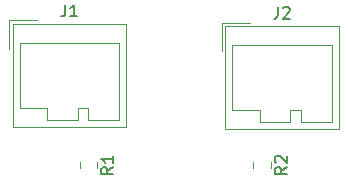
<source format=gbr>
%TF.GenerationSoftware,KiCad,Pcbnew,9.0.3*%
%TF.CreationDate,2025-08-16T18:10:03-03:00*%
%TF.ProjectId,CANBusTerminator,43414e42-7573-4546-9572-6d696e61746f,rev?*%
%TF.SameCoordinates,Original*%
%TF.FileFunction,Legend,Top*%
%TF.FilePolarity,Positive*%
%FSLAX46Y46*%
G04 Gerber Fmt 4.6, Leading zero omitted, Abs format (unit mm)*
G04 Created by KiCad (PCBNEW 9.0.3) date 2025-08-16 18:10:03*
%MOMM*%
%LPD*%
G01*
G04 APERTURE LIST*
%ADD10C,0.150000*%
%ADD11C,0.120000*%
G04 APERTURE END LIST*
D10*
X175704819Y-91566666D02*
X175228628Y-91899999D01*
X175704819Y-92138094D02*
X174704819Y-92138094D01*
X174704819Y-92138094D02*
X174704819Y-91757142D01*
X174704819Y-91757142D02*
X174752438Y-91661904D01*
X174752438Y-91661904D02*
X174800057Y-91614285D01*
X174800057Y-91614285D02*
X174895295Y-91566666D01*
X174895295Y-91566666D02*
X175038152Y-91566666D01*
X175038152Y-91566666D02*
X175133390Y-91614285D01*
X175133390Y-91614285D02*
X175181009Y-91661904D01*
X175181009Y-91661904D02*
X175228628Y-91757142D01*
X175228628Y-91757142D02*
X175228628Y-92138094D01*
X175704819Y-90614285D02*
X175704819Y-91185713D01*
X175704819Y-90899999D02*
X174704819Y-90899999D01*
X174704819Y-90899999D02*
X174847676Y-90995237D01*
X174847676Y-90995237D02*
X174942914Y-91090475D01*
X174942914Y-91090475D02*
X174990533Y-91185713D01*
X190404819Y-91566666D02*
X189928628Y-91899999D01*
X190404819Y-92138094D02*
X189404819Y-92138094D01*
X189404819Y-92138094D02*
X189404819Y-91757142D01*
X189404819Y-91757142D02*
X189452438Y-91661904D01*
X189452438Y-91661904D02*
X189500057Y-91614285D01*
X189500057Y-91614285D02*
X189595295Y-91566666D01*
X189595295Y-91566666D02*
X189738152Y-91566666D01*
X189738152Y-91566666D02*
X189833390Y-91614285D01*
X189833390Y-91614285D02*
X189881009Y-91661904D01*
X189881009Y-91661904D02*
X189928628Y-91757142D01*
X189928628Y-91757142D02*
X189928628Y-92138094D01*
X189500057Y-91185713D02*
X189452438Y-91138094D01*
X189452438Y-91138094D02*
X189404819Y-91042856D01*
X189404819Y-91042856D02*
X189404819Y-90804761D01*
X189404819Y-90804761D02*
X189452438Y-90709523D01*
X189452438Y-90709523D02*
X189500057Y-90661904D01*
X189500057Y-90661904D02*
X189595295Y-90614285D01*
X189595295Y-90614285D02*
X189690533Y-90614285D01*
X189690533Y-90614285D02*
X189833390Y-90661904D01*
X189833390Y-90661904D02*
X190404819Y-91233332D01*
X190404819Y-91233332D02*
X190404819Y-90614285D01*
X189666666Y-78004819D02*
X189666666Y-78719104D01*
X189666666Y-78719104D02*
X189619047Y-78861961D01*
X189619047Y-78861961D02*
X189523809Y-78957200D01*
X189523809Y-78957200D02*
X189380952Y-79004819D01*
X189380952Y-79004819D02*
X189285714Y-79004819D01*
X190095238Y-78100057D02*
X190142857Y-78052438D01*
X190142857Y-78052438D02*
X190238095Y-78004819D01*
X190238095Y-78004819D02*
X190476190Y-78004819D01*
X190476190Y-78004819D02*
X190571428Y-78052438D01*
X190571428Y-78052438D02*
X190619047Y-78100057D01*
X190619047Y-78100057D02*
X190666666Y-78195295D01*
X190666666Y-78195295D02*
X190666666Y-78290533D01*
X190666666Y-78290533D02*
X190619047Y-78433390D01*
X190619047Y-78433390D02*
X190047619Y-79004819D01*
X190047619Y-79004819D02*
X190666666Y-79004819D01*
X171666666Y-77804819D02*
X171666666Y-78519104D01*
X171666666Y-78519104D02*
X171619047Y-78661961D01*
X171619047Y-78661961D02*
X171523809Y-78757200D01*
X171523809Y-78757200D02*
X171380952Y-78804819D01*
X171380952Y-78804819D02*
X171285714Y-78804819D01*
X172666666Y-78804819D02*
X172095238Y-78804819D01*
X172380952Y-78804819D02*
X172380952Y-77804819D01*
X172380952Y-77804819D02*
X172285714Y-77947676D01*
X172285714Y-77947676D02*
X172190476Y-78042914D01*
X172190476Y-78042914D02*
X172095238Y-78090533D01*
D11*
%TO.C,R1*%
X172865000Y-91172936D02*
X172865000Y-91627064D01*
X174335000Y-91172936D02*
X174335000Y-91627064D01*
%TO.C,R2*%
X187565000Y-91172936D02*
X187565000Y-91627064D01*
X189035000Y-91172936D02*
X189035000Y-91627064D01*
%TO.C,J2*%
X184890000Y-79340000D02*
X187300000Y-79340000D01*
X184890000Y-81750000D02*
X184890000Y-79340000D01*
X185190000Y-79640000D02*
X185190000Y-88360000D01*
X185190000Y-88360000D02*
X194810000Y-88360000D01*
X185800000Y-81250000D02*
X185800000Y-86750000D01*
X185800000Y-86750000D02*
X188100000Y-86750000D01*
X188100000Y-86750000D02*
X188100000Y-87750000D01*
X188100000Y-87750000D02*
X190700000Y-87750000D01*
X190700000Y-86750000D02*
X191600000Y-86750000D01*
X190700000Y-87750000D02*
X190700000Y-86750000D01*
X191600000Y-86750000D02*
X191600000Y-87750000D01*
X191600000Y-87750000D02*
X194200000Y-87750000D01*
X194200000Y-81250000D02*
X185800000Y-81250000D01*
X194200000Y-87750000D02*
X194200000Y-81250000D01*
X194810000Y-79640000D02*
X185190000Y-79640000D01*
X194810000Y-88360000D02*
X194810000Y-79640000D01*
%TO.C,J1*%
X166890000Y-79140000D02*
X169300000Y-79140000D01*
X166890000Y-81550000D02*
X166890000Y-79140000D01*
X167190000Y-79440000D02*
X167190000Y-88160000D01*
X167190000Y-88160000D02*
X176810000Y-88160000D01*
X167800000Y-81050000D02*
X167800000Y-86550000D01*
X167800000Y-86550000D02*
X170100000Y-86550000D01*
X170100000Y-86550000D02*
X170100000Y-87550000D01*
X170100000Y-87550000D02*
X172700000Y-87550000D01*
X172700000Y-86550000D02*
X173600000Y-86550000D01*
X172700000Y-87550000D02*
X172700000Y-86550000D01*
X173600000Y-86550000D02*
X173600000Y-87550000D01*
X173600000Y-87550000D02*
X176200000Y-87550000D01*
X176200000Y-81050000D02*
X167800000Y-81050000D01*
X176200000Y-87550000D02*
X176200000Y-81050000D01*
X176810000Y-79440000D02*
X167190000Y-79440000D01*
X176810000Y-88160000D02*
X176810000Y-79440000D01*
%TD*%
M02*

</source>
